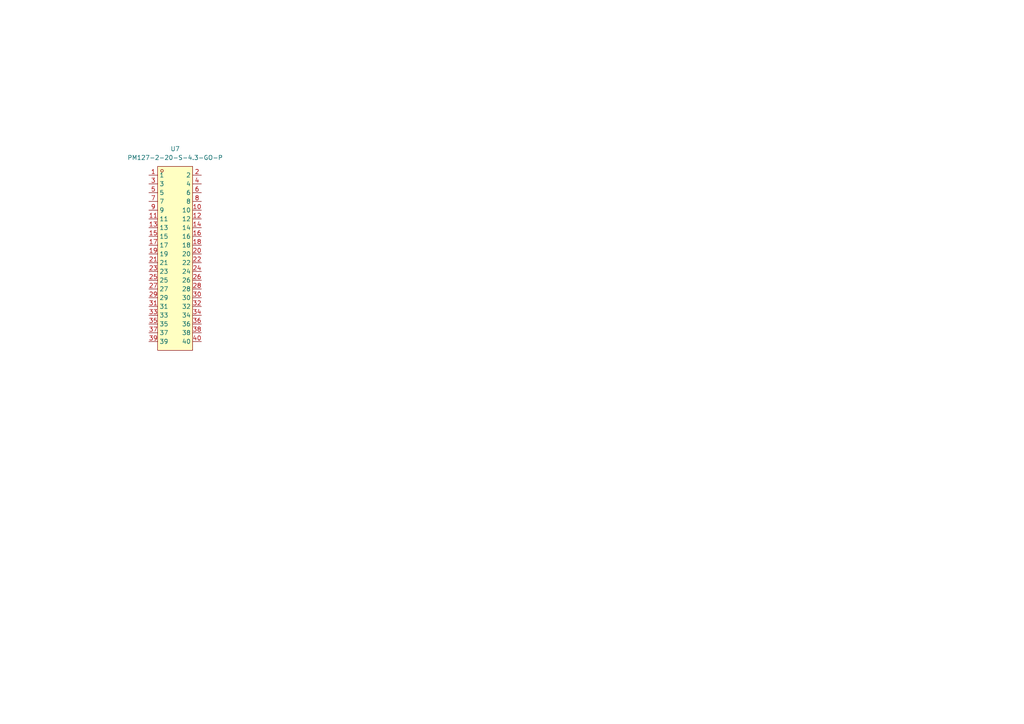
<source format=kicad_sch>
(kicad_sch (version 20250114) (generator "eeschema") (generator_version "9.0")
  (paper "A4")
  (lib_symbols
    (symbol "programmable-load-library:PM127-2-20-S-4.3-GO-P"
      (property "Reference" "U" (at 0 29.21 0))
      (property "Value" "PM127-2-20-S-4.3-GO-P" (at 0 -29.21 0))
      (symbol "PM127-2-20-S-4.3-GO-P_0_1"
        (rectangle (start -5.08 26.67) (end 5.08 -26.67) (fill (type background)))
        (circle (center -3.81 25.4) (radius 0.38))
        (pin unspecified line (at -7.62 24.13 0) (length 2.54) (name "1") (number "1"))
        (pin unspecified line (at -7.62 21.59 0) (length 2.54) (name "3") (number "3"))
        (pin unspecified line (at -7.62 19.05 0) (length 2.54) (name "5") (number "5"))
        (pin unspecified line (at -7.62 16.51 0) (length 2.54) (name "7") (number "7"))
        (pin unspecified line (at -7.62 13.97 0) (length 2.54) (name "9") (number "9"))
        (pin unspecified line (at -7.62 11.43 0) (length 2.54) (name "11") (number "11"))
        (pin unspecified line (at -7.62 8.89 0) (length 2.54) (name "13") (number "13"))
        (pin unspecified line (at -7.62 6.35 0) (length 2.54) (name "15") (number "15"))
        (pin unspecified line (at -7.62 3.81 0) (length 2.54) (name "17") (number "17"))
        (pin unspecified line (at -7.62 1.27 0) (length 2.54) (name "19") (number "19"))
        (pin unspecified line (at -7.62 -1.27 0) (length 2.54) (name "21") (number "21"))
        (pin unspecified line (at -7.62 -3.81 0) (length 2.54) (name "23") (number "23"))
        (pin unspecified line (at -7.62 -6.35 0) (length 2.54) (name "25") (number "25"))
        (pin unspecified line (at -7.62 -8.89 0) (length 2.54) (name "27") (number "27"))
        (pin unspecified line (at -7.62 -11.43 0) (length 2.54) (name "29") (number "29"))
        (pin unspecified line (at -7.62 -13.97 0) (length 2.54) (name "31") (number "31"))
        (pin unspecified line (at -7.62 -16.51 0) (length 2.54) (name "33") (number "33"))
        (pin unspecified line (at -7.62 -19.05 0) (length 2.54) (name "35") (number "35"))
        (pin unspecified line (at -7.62 -21.59 0) (length 2.54) (name "37") (number "37"))
        (pin unspecified line (at -7.62 -24.13 0) (length 2.54) (name "39") (number "39"))
        (pin unspecified line (at 7.62 24.13 180) (length 2.54) (name "2") (number "2"))
        (pin unspecified line (at 7.62 21.59 180) (length 2.54) (name "4") (number "4"))
        (pin unspecified line (at 7.62 19.05 180) (length 2.54) (name "6") (number "6"))
        (pin unspecified line (at 7.62 16.51 180) (length 2.54) (name "8") (number "8"))
        (pin unspecified line (at 7.62 13.97 180) (length 2.54) (name "10") (number "10"))
        (pin unspecified line (at 7.62 11.43 180) (length 2.54) (name "12") (number "12"))
        (pin unspecified line (at 7.62 8.89 180) (length 2.54) (name "14") (number "14"))
        (pin unspecified line (at 7.62 6.35 180) (length 2.54) (name "16") (number "16"))
        (pin unspecified line (at 7.62 3.81 180) (length 2.54) (name "18") (number "18"))
        (pin unspecified line (at 7.62 1.27 180) (length 2.54) (name "20") (number "20"))
        (pin unspecified line (at 7.62 -1.27 180) (length 2.54) (name "22") (number "22"))
        (pin unspecified line (at 7.62 -3.81 180) (length 2.54) (name "24") (number "24"))
        (pin unspecified line (at 7.62 -6.35 180) (length 2.54) (name "26") (number "26"))
        (pin unspecified line (at 7.62 -8.89 180) (length 2.54) (name "28") (number "28"))
        (pin unspecified line (at 7.62 -11.43 180) (length 2.54) (name "30") (number "30"))
        (pin unspecified line (at 7.62 -13.97 180) (length 2.54) (name "32") (number "32"))
        (pin unspecified line (at 7.62 -16.51 180) (length 2.54) (name "34") (number "34"))
        (pin unspecified line (at 7.62 -19.05 180) (length 2.54) (name "36") (number "36"))
        (pin unspecified line (at 7.62 -21.59 180) (length 2.54) (name "38") (number "38"))
        (pin unspecified line (at 7.62 -24.13 180) (length 2.54) (name "40") (number "40"))
      )
    )
  )
  (symbol (lib_id "programmable-load-library:PM127-2-20-S-4.3-GO-P") (at 50.8 74.93 0) (unit 1)
    (property "Reference" "U7" (at 50.8 43.18 0))
    (property "Value" "PM127-2-20-S-4.3-GO-P" (at 50.8 45.72 0))
    (property "Footprint" "programmable-load-library:HDR-SMD_40P-P1.27_PM127-2-20-S-4.3-GO-P" (effects (hide yes)))
    (property "LCSC Part" "C7473139" (effects (hide yes)))
  )
)
</source>
